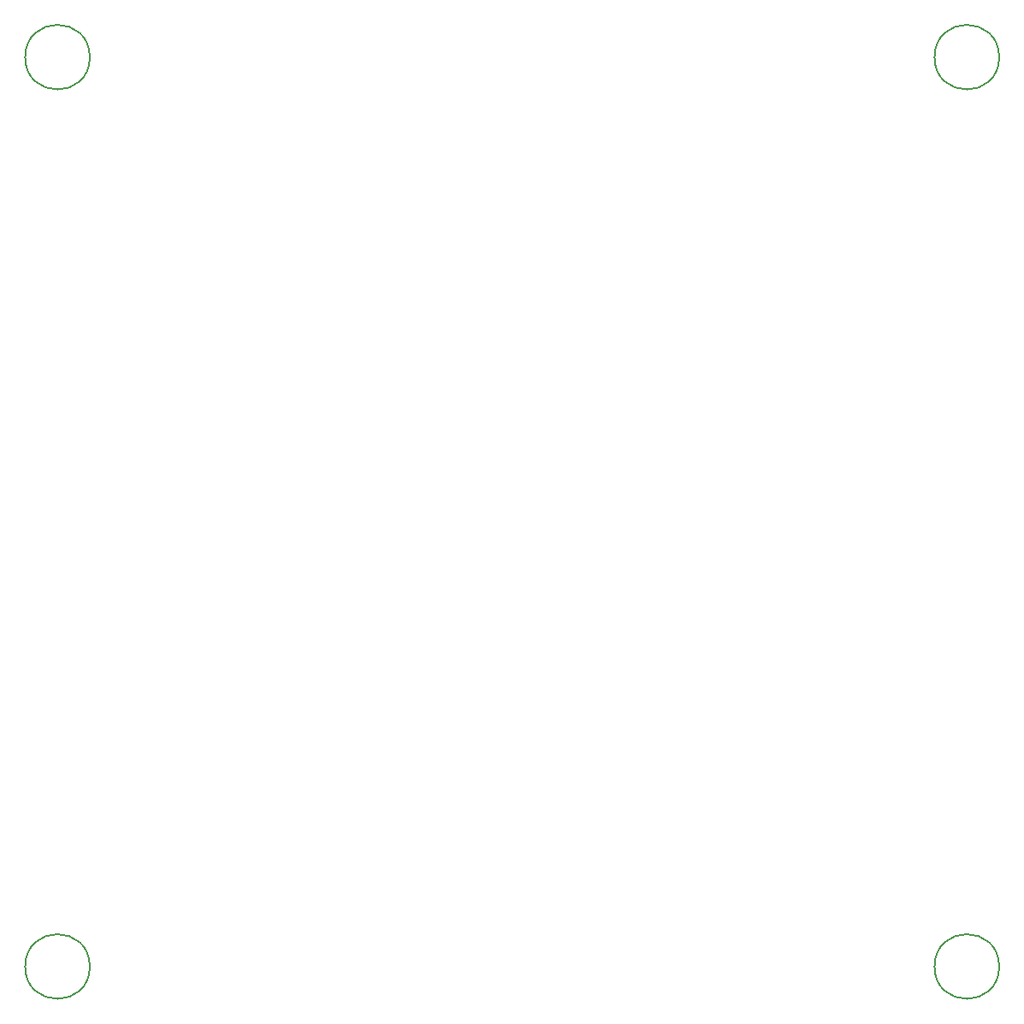
<source format=gbr>
G04 #@! TF.FileFunction,Other,Comment*
%FSLAX46Y46*%
G04 Gerber Fmt 4.6, Leading zero omitted, Abs format (unit mm)*
G04 Created by KiCad (PCBNEW 4.0.2-stable) date 05/10/2017 10:01:18*
%MOMM*%
G01*
G04 APERTURE LIST*
%ADD10C,0.100000*%
%ADD11C,0.150000*%
G04 APERTURE END LIST*
D10*
D11*
X94763200Y-50212000D02*
G75*
G03X94763200Y-50212000I-3200000J0D01*
G01*
X184763200Y-50212000D02*
G75*
G03X184763200Y-50212000I-3200000J0D01*
G01*
X94763200Y-140212000D02*
G75*
G03X94763200Y-140212000I-3200000J0D01*
G01*
X184763200Y-140212000D02*
G75*
G03X184763200Y-140212000I-3200000J0D01*
G01*
M02*

</source>
